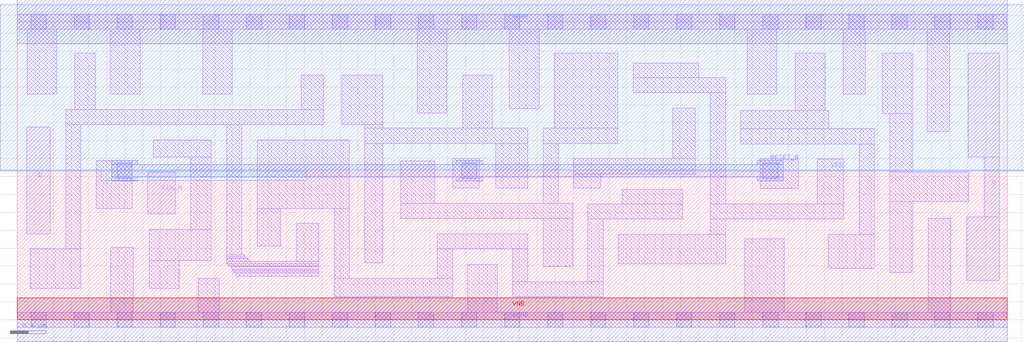
<source format=lef>
# Copyright 2020 The SkyWater PDK Authors
#
# Licensed under the Apache License, Version 2.0 (the "License");
# you may not use this file except in compliance with the License.
# You may obtain a copy of the License at
#
#     https://www.apache.org/licenses/LICENSE-2.0
#
# Unless required by applicable law or agreed to in writing, software
# distributed under the License is distributed on an "AS IS" BASIS,
# WITHOUT WARRANTIES OR CONDITIONS OF ANY KIND, either express or implied.
# See the License for the specific language governing permissions and
# limitations under the License.
#
# SPDX-License-Identifier: Apache-2.0

VERSION 5.7 ;
  NOWIREEXTENSIONATPIN ON ;
  DIVIDERCHAR "/" ;
  BUSBITCHARS "[]" ;
MACRO sky130_fd_sc_ls__dfrtn_1
  CLASS CORE ;
  FOREIGN sky130_fd_sc_ls__dfrtn_1 ;
  ORIGIN  0.000000  0.000000 ;
  SIZE  11.04000 BY  3.330000 ;
  SYMMETRY X Y R90 ;
  SITE unit ;
  PIN D
    ANTENNAGATEAREA  0.126000 ;
    DIRECTION INPUT ;
    USE SIGNAL ;
    PORT
      LAYER li1 ;
        RECT 0.105000 0.960000 0.370000 2.150000 ;
    END
  END D
  PIN Q
    ANTENNADIFFAREA  0.533800 ;
    DIRECTION OUTPUT ;
    USE SIGNAL ;
    PORT
      LAYER li1 ;
        RECT 10.590000 0.440000 10.955000 1.150000 ;
        RECT 10.605000 1.820000 10.955000 2.980000 ;
        RECT 10.785000 1.150000 10.955000 1.820000 ;
    END
  END Q
  PIN RESET_B
    ANTENNAGATEAREA  0.378000 ;
    DIRECTION INPUT ;
    USE SIGNAL ;
    PORT
      LAYER met1 ;
        RECT 1.055000 1.550000 1.345000 1.595000 ;
        RECT 1.055000 1.595000 8.545000 1.735000 ;
        RECT 1.055000 1.735000 1.345000 1.780000 ;
        RECT 4.895000 1.550000 5.185000 1.595000 ;
        RECT 4.895000 1.735000 5.185000 1.780000 ;
        RECT 8.255000 1.550000 8.545000 1.595000 ;
        RECT 8.255000 1.735000 8.545000 1.780000 ;
    END
  END RESET_B
  PIN CLK_N
    ANTENNAGATEAREA  0.261000 ;
    DIRECTION INPUT ;
    USE CLOCK ;
    PORT
      LAYER li1 ;
        RECT 1.455000 1.180000 1.765000 1.650000 ;
    END
  END CLK_N
  PIN VGND
    DIRECTION INOUT ;
    SHAPE ABUTMENT ;
    USE GROUND ;
    PORT
      LAYER met1 ;
        RECT 0.000000 -0.245000 11.040000 0.245000 ;
    END
  END VGND
  PIN VNB
    DIRECTION INOUT ;
    USE GROUND ;
    PORT
      LAYER pwell ;
        RECT 0.000000 0.000000 11.040000 0.245000 ;
    END
  END VNB
  PIN VPB
    DIRECTION INOUT ;
    USE POWER ;
    PORT
      LAYER nwell ;
        RECT -0.190000 1.660000  3.225000 1.675000 ;
        RECT -0.190000 1.675000 11.230000 3.520000 ;
        RECT  0.935000 1.555000  3.225000 1.660000 ;
        RECT  6.920000 1.660000 11.230000 1.675000 ;
    END
  END VPB
  PIN VPWR
    DIRECTION INOUT ;
    SHAPE ABUTMENT ;
    USE POWER ;
    PORT
      LAYER met1 ;
        RECT 0.000000 3.085000 11.040000 3.575000 ;
    END
  END VPWR
  OBS
    LAYER li1 ;
      RECT  0.000000 -0.085000 11.040000 0.085000 ;
      RECT  0.000000  3.245000 11.040000 3.415000 ;
      RECT  0.110000  2.520000  0.440000 3.245000 ;
      RECT  0.145000  0.350000  0.710000 0.790000 ;
      RECT  0.540000  0.790000  0.710000 2.180000 ;
      RECT  0.540000  2.180000  3.420000 2.350000 ;
      RECT  0.640000  2.350000  0.870000 2.980000 ;
      RECT  0.880000  1.245000  1.285000 1.780000 ;
      RECT  1.040000  2.520000  1.370000 3.245000 ;
      RECT  1.045000  0.085000  1.295000 0.810000 ;
      RECT  1.475000  0.350000  1.805000 0.665000 ;
      RECT  1.475000  0.665000  2.165000 1.010000 ;
      RECT  1.515000  1.820000  2.165000 2.010000 ;
      RECT  1.935000  1.010000  2.165000 1.820000 ;
      RECT  2.020000  0.085000  2.255000 0.465000 ;
      RECT  2.070000  2.520000  2.400000 3.245000 ;
      RECT  2.335000  0.625000  3.365000 0.655000 ;
      RECT  2.335000  0.655000  2.575000 0.685000 ;
      RECT  2.335000  0.685000  2.550000 0.705000 ;
      RECT  2.335000  0.705000  2.535000 0.725000 ;
      RECT  2.335000  0.725000  2.505000 2.180000 ;
      RECT  2.355000  0.605000  3.365000 0.625000 ;
      RECT  2.370000  0.595000  3.365000 0.605000 ;
      RECT  2.395000  0.565000  3.365000 0.595000 ;
      RECT  2.410000  0.545000  3.365000 0.565000 ;
      RECT  2.415000  0.525000  3.365000 0.545000 ;
      RECT  2.440000  0.485000  3.365000 0.525000 ;
      RECT  2.675000  0.825000  2.940000 1.245000 ;
      RECT  2.675000  1.245000  3.705000 2.010000 ;
      RECT  3.115000  0.655000  3.365000 1.075000 ;
      RECT  3.170000  2.350000  3.420000 2.735000 ;
      RECT  3.535000  0.255000  4.855000 0.465000 ;
      RECT  3.535000  0.465000  3.705000 1.245000 ;
      RECT  3.620000  2.180000  4.075000 2.735000 ;
      RECT  3.875000  0.635000  4.075000 1.970000 ;
      RECT  3.875000  1.970000  5.695000 2.140000 ;
      RECT  3.875000  2.140000  4.075000 2.180000 ;
      RECT  4.275000  1.130000  6.195000 1.300000 ;
      RECT  4.275000  1.300000  4.655000 1.775000 ;
      RECT  4.460000  2.310000  4.790000 3.245000 ;
      RECT  4.685000  0.465000  4.855000 0.790000 ;
      RECT  4.685000  0.790000  5.695000 0.960000 ;
      RECT  4.855000  1.470000  5.155000 1.800000 ;
      RECT  4.970000  2.140000  5.300000 2.735000 ;
      RECT  5.025000  0.085000  5.355000 0.620000 ;
      RECT  5.335000  1.470000  5.695000 1.970000 ;
      RECT  5.490000  2.360000  5.820000 3.245000 ;
      RECT  5.525000  0.255000  6.535000 0.425000 ;
      RECT  5.525000  0.425000  5.695000 0.790000 ;
      RECT  5.865000  0.595000  6.195000 1.130000 ;
      RECT  5.865000  1.300000  6.035000 1.970000 ;
      RECT  5.865000  1.970000  6.700000 2.140000 ;
      RECT  5.990000  2.140000  6.700000 2.980000 ;
      RECT  6.205000  1.470000  6.510000 1.630000 ;
      RECT  6.205000  1.630000  7.560000 1.800000 ;
      RECT  6.365000  0.425000  6.535000 1.125000 ;
      RECT  6.365000  1.125000  7.420000 1.295000 ;
      RECT  6.705000  0.625000  7.900000 0.955000 ;
      RECT  6.750000  1.295000  7.420000 1.455000 ;
      RECT  6.870000  2.535000  7.900000 2.705000 ;
      RECT  6.870000  2.705000  7.600000 2.865000 ;
      RECT  7.310000  1.800000  7.560000 2.365000 ;
      RECT  7.730000  0.955000  7.900000 1.125000 ;
      RECT  7.730000  1.125000  9.220000 1.295000 ;
      RECT  7.730000  1.295000  7.900000 2.535000 ;
      RECT  8.070000  1.965000  9.560000 2.135000 ;
      RECT  8.070000  2.135000  9.050000 2.335000 ;
      RECT  8.115000  0.085000  8.555000 0.905000 ;
      RECT  8.140000  2.520000  8.470000 3.245000 ;
      RECT  8.285000  1.465000  8.710000 1.795000 ;
      RECT  8.680000  2.335000  9.010000 2.980000 ;
      RECT  8.920000  1.295000  9.220000 1.795000 ;
      RECT  9.045000  0.575000  9.560000 0.955000 ;
      RECT  9.210000  2.520000  9.460000 3.245000 ;
      RECT  9.390000  0.955000  9.560000 1.965000 ;
      RECT  9.650000  2.305000  9.980000 2.980000 ;
      RECT  9.730000  0.530000  9.980000 1.320000 ;
      RECT  9.730000  1.320000 10.615000 1.650000 ;
      RECT  9.730000  1.650000  9.980000 2.305000 ;
      RECT 10.150000  2.100000 10.400000 3.245000 ;
      RECT 10.160000  0.085000 10.410000 1.130000 ;
    LAYER mcon ;
      RECT  0.155000 -0.085000  0.325000 0.085000 ;
      RECT  0.155000  3.245000  0.325000 3.415000 ;
      RECT  0.635000 -0.085000  0.805000 0.085000 ;
      RECT  0.635000  3.245000  0.805000 3.415000 ;
      RECT  1.115000 -0.085000  1.285000 0.085000 ;
      RECT  1.115000  1.580000  1.285000 1.750000 ;
      RECT  1.115000  3.245000  1.285000 3.415000 ;
      RECT  1.595000 -0.085000  1.765000 0.085000 ;
      RECT  1.595000  3.245000  1.765000 3.415000 ;
      RECT  2.075000 -0.085000  2.245000 0.085000 ;
      RECT  2.075000  3.245000  2.245000 3.415000 ;
      RECT  2.555000 -0.085000  2.725000 0.085000 ;
      RECT  2.555000  3.245000  2.725000 3.415000 ;
      RECT  3.035000 -0.085000  3.205000 0.085000 ;
      RECT  3.035000  3.245000  3.205000 3.415000 ;
      RECT  3.515000 -0.085000  3.685000 0.085000 ;
      RECT  3.515000  3.245000  3.685000 3.415000 ;
      RECT  3.995000 -0.085000  4.165000 0.085000 ;
      RECT  3.995000  3.245000  4.165000 3.415000 ;
      RECT  4.475000 -0.085000  4.645000 0.085000 ;
      RECT  4.475000  3.245000  4.645000 3.415000 ;
      RECT  4.955000 -0.085000  5.125000 0.085000 ;
      RECT  4.955000  1.580000  5.125000 1.750000 ;
      RECT  4.955000  3.245000  5.125000 3.415000 ;
      RECT  5.435000 -0.085000  5.605000 0.085000 ;
      RECT  5.435000  3.245000  5.605000 3.415000 ;
      RECT  5.915000 -0.085000  6.085000 0.085000 ;
      RECT  5.915000  3.245000  6.085000 3.415000 ;
      RECT  6.395000 -0.085000  6.565000 0.085000 ;
      RECT  6.395000  3.245000  6.565000 3.415000 ;
      RECT  6.875000 -0.085000  7.045000 0.085000 ;
      RECT  6.875000  3.245000  7.045000 3.415000 ;
      RECT  7.355000 -0.085000  7.525000 0.085000 ;
      RECT  7.355000  3.245000  7.525000 3.415000 ;
      RECT  7.835000 -0.085000  8.005000 0.085000 ;
      RECT  7.835000  3.245000  8.005000 3.415000 ;
      RECT  8.315000 -0.085000  8.485000 0.085000 ;
      RECT  8.315000  1.580000  8.485000 1.750000 ;
      RECT  8.315000  3.245000  8.485000 3.415000 ;
      RECT  8.795000 -0.085000  8.965000 0.085000 ;
      RECT  8.795000  3.245000  8.965000 3.415000 ;
      RECT  9.275000 -0.085000  9.445000 0.085000 ;
      RECT  9.275000  3.245000  9.445000 3.415000 ;
      RECT  9.755000 -0.085000  9.925000 0.085000 ;
      RECT  9.755000  3.245000  9.925000 3.415000 ;
      RECT 10.235000 -0.085000 10.405000 0.085000 ;
      RECT 10.235000  3.245000 10.405000 3.415000 ;
      RECT 10.715000 -0.085000 10.885000 0.085000 ;
      RECT 10.715000  3.245000 10.885000 3.415000 ;
  END
END sky130_fd_sc_ls__dfrtn_1
END LIBRARY

</source>
